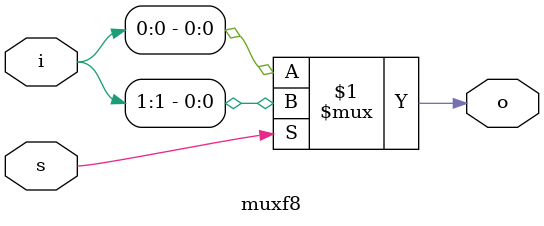
<source format=v>
module muxf8(i, s, o);
input [1:0] i;
input s;
output o;
assign o = s ? i[1] : i[0];
endmodule

</source>
